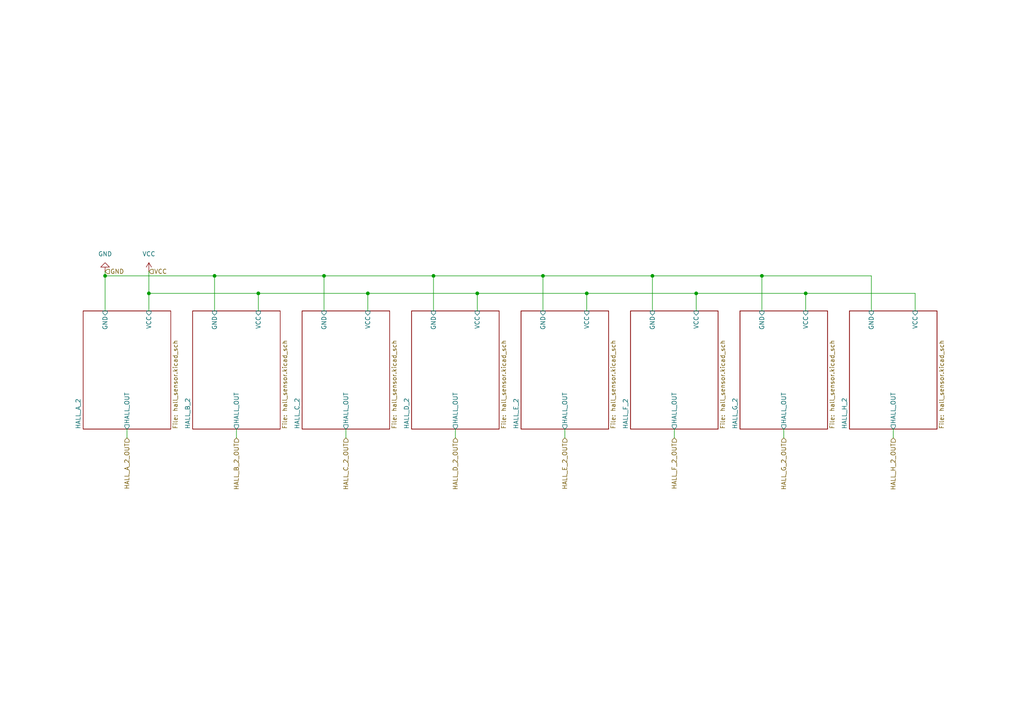
<source format=kicad_sch>
(kicad_sch (version 20250114) (generator "eeschema") (generator_version "9.0")
  (paper "A4")
  (lib_symbols
    (symbol "power:GND" (power) (pin_numbers (hide yes)) (pin_names (offset 0) (hide yes))
      (property "Value" "GND" (at 0 -3.81 0))
      (symbol "GND_0_1"
        (polyline (pts (xy 0 0) (xy 0 -1.27) (xy 1.27 -1.27) (xy 0 -2.54) (xy -1.27 -1.27) (xy 0 -1.27)))
      )
      (symbol "GND_1_1"
        (pin power_in line (at 0 0 270) (length 0) (name "~") (number "1"))
      )
    )
    (symbol "power:VCC" (power) (pin_numbers (hide yes)) (pin_names (offset 0) (hide yes))
      (property "Value" "VCC" (at 0 3.556 0))
      (symbol "VCC_0_1"
        (polyline (pts (xy -0.762 1.27) (xy 0 2.54)))
        (polyline (pts (xy 0 2.54) (xy 0.762 1.27)))
        (polyline (pts (xy 0 0) (xy 0 2.54)))
      )
      (symbol "VCC_1_1"
        (pin power_in line (at 0 0 90) (length 0) (name "~") (number "1"))
      )
    )
  )
  (junction (at 43.18 85.09))
  (junction (at 233.68 85.09))
  (junction (at 201.93 85.09))
  (junction (at 74.93 85.09))
  (junction (at 157.48 80.01))
  (junction (at 30.48 80.01))
  (junction (at 62.23 80.01))
  (junction (at 106.68 85.09))
  (junction (at 189.23 80.01))
  (junction (at 220.98 80.01))
  (junction (at 138.43 85.09))
  (junction (at 170.18 85.09))
  (junction (at 93.98 80.01))
  (junction (at 125.73 80.01))
  (wire (pts (xy 93.98 80.01) (xy 93.98 90.17)))
  (wire (pts (xy 30.48 80.01) (xy 30.48 90.17)))
  (wire (pts (xy 157.48 80.01) (xy 157.48 90.17)))
  (wire (pts (xy 43.18 78.74) (xy 43.18 85.09)))
  (wire (pts (xy 30.48 80.01) (xy 62.23 80.01)))
  (wire (pts (xy 100.33 124.46) (xy 100.33 127)))
  (wire (pts (xy 252.73 80.01) (xy 252.73 90.17)))
  (wire (pts (xy 138.43 85.09) (xy 138.43 90.17)))
  (wire (pts (xy 163.83 124.46) (xy 163.83 127)))
  (wire (pts (xy 106.68 85.09) (xy 138.43 85.09)))
  (wire (pts (xy 30.48 78.74) (xy 30.48 80.01)))
  (wire (pts (xy 125.73 80.01) (xy 125.73 90.17)))
  (wire (pts (xy 201.93 85.09) (xy 201.93 90.17)))
  (wire (pts (xy 138.43 85.09) (xy 170.18 85.09)))
  (wire (pts (xy 74.93 85.09) (xy 74.93 90.17)))
  (wire (pts (xy 233.68 85.09) (xy 265.43 85.09)))
  (wire (pts (xy 170.18 85.09) (xy 170.18 90.17)))
  (wire (pts (xy 62.23 80.01) (xy 62.23 90.17)))
  (wire (pts (xy 132.08 124.46) (xy 132.08 127)))
  (wire (pts (xy 157.48 80.01) (xy 189.23 80.01)))
  (wire (pts (xy 74.93 85.09) (xy 106.68 85.09)))
  (wire (pts (xy 43.18 85.09) (xy 74.93 85.09)))
  (wire (pts (xy 93.98 80.01) (xy 125.73 80.01)))
  (wire (pts (xy 265.43 85.09) (xy 265.43 90.17)))
  (wire (pts (xy 189.23 80.01) (xy 189.23 90.17)))
  (wire (pts (xy 189.23 80.01) (xy 220.98 80.01)))
  (wire (pts (xy 68.58 124.46) (xy 68.58 127)))
  (wire (pts (xy 227.33 124.46) (xy 227.33 127)))
  (wire (pts (xy 259.08 124.46) (xy 259.08 127)))
  (wire (pts (xy 195.58 124.46) (xy 195.58 127)))
  (wire (pts (xy 233.68 85.09) (xy 233.68 90.17)))
  (wire (pts (xy 106.68 85.09) (xy 106.68 90.17)))
  (wire (pts (xy 125.73 80.01) (xy 157.48 80.01)))
  (wire (pts (xy 170.18 85.09) (xy 201.93 85.09)))
  (wire (pts (xy 36.83 124.46) (xy 36.83 127)))
  (wire (pts (xy 220.98 80.01) (xy 252.73 80.01)))
  (wire (pts (xy 201.93 85.09) (xy 233.68 85.09)))
  (wire (pts (xy 62.23 80.01) (xy 93.98 80.01)))
  (wire (pts (xy 43.18 85.09) (xy 43.18 90.17)))
  (wire (pts (xy 220.98 80.01) (xy 220.98 90.17)))
  (hierarchical_label "VCC" (shape input) (at 43.18 78.74 0))
  (hierarchical_label "HALL_F_2_OUT" (shape input) (at 195.58 127 270))
  (hierarchical_label "HALL_G_2_OUT" (shape input) (at 227.33 127 270))
  (hierarchical_label "GND" (shape input) (at 30.48 78.74 0))
  (hierarchical_label "HALL_E_2_OUT" (shape input) (at 163.83 127 270))
  (hierarchical_label "HALL_D_2_OUT" (shape input) (at 132.08 127 270))
  (hierarchical_label "HALL_B_2_OUT" (shape input) (at 68.58 127 270))
  (hierarchical_label "HALL_C_2_OUT" (shape input) (at 100.33 127 270))
  (hierarchical_label "HALL_A_2_OUT" (shape input) (at 36.83 127 270))
  (hierarchical_label "HALL_H_2_OUT" (shape input) (at 259.08 127 270))
  (symbol (lib_id "power:VCC") (at 43.18 78.74 0) (unit 1)
    (property "Reference" "#PWR031" (effects (hide yes)))
    (property "Value" "VCC" (at 43.18 73.66 0))
    (property "Description" "Power symbol creates a global label with name \"VCC\"" (effects (hide yes)))
  )
  (symbol (lib_id "power:GND") (at 30.48 78.74 180) (unit 1)
    (property "Reference" "#PWR032" (effects (hide yes)))
    (property "Value" "GND" (at 30.48 73.66 0))
    (property "Description" "Power symbol creates a global label with name \"GND\" , ground" (effects (hide yes)))
  )
  (sheet (at 119.38 90.17) (size 25.4 34.29) (stroke (width 0.1524))
    (property "Sheetname" "HALL_D_2" (at 118.6684 124.46 90) (effects (justify left bottom)))
    (property "Sheetfile" "hall_sensor.kicad_sch" (at 145.3646 124.46 90) (effects (justify left top)))
    (pin "GND" input (at 125.73 90.17 90))
    (pin "VCC" input (at 138.43 90.17 90))
    (pin "HALL_OUT" output (at 132.08 124.46 270))
  )
  (sheet (at 182.88 90.17) (size 25.4 34.29) (stroke (width 0.1524))
    (property "Sheetname" "HALL_F_2" (at 182.1684 124.46 90) (effects (justify left bottom)))
    (property "Sheetfile" "hall_sensor.kicad_sch" (at 208.8646 124.46 90) (effects (justify left top)))
    (pin "GND" input (at 189.23 90.17 90))
    (pin "VCC" input (at 201.93 90.17 90))
    (pin "HALL_OUT" output (at 195.58 124.46 270))
  )
  (sheet (at 214.63 90.17) (size 25.4 34.29) (stroke (width 0.1524))
    (property "Sheetname" "HALL_G_2" (at 213.9184 124.46 90) (effects (justify left bottom)))
    (property "Sheetfile" "hall_sensor.kicad_sch" (at 240.6146 124.46 90) (effects (justify left top)))
    (pin "GND" input (at 220.98 90.17 90))
    (pin "VCC" input (at 233.68 90.17 90))
    (pin "HALL_OUT" output (at 227.33 124.46 270))
  )
  (sheet (at 151.13 90.17) (size 25.4 34.29) (stroke (width 0.1524))
    (property "Sheetname" "HALL_E_2" (at 150.4184 124.46 90) (effects (justify left bottom)))
    (property "Sheetfile" "hall_sensor.kicad_sch" (at 177.1146 124.46 90) (effects (justify left top)))
    (pin "GND" input (at 157.48 90.17 90))
    (pin "VCC" input (at 170.18 90.17 90))
    (pin "HALL_OUT" output (at 163.83 124.46 270))
  )
  (sheet (at 87.63 90.17) (size 25.4 34.29) (stroke (width 0.1524))
    (property "Sheetname" "HALL_C_2" (at 86.9184 124.46 90) (effects (justify left bottom)))
    (property "Sheetfile" "hall_sensor.kicad_sch" (at 113.6146 124.46 90) (effects (justify left top)))
    (pin "GND" input (at 93.98 90.17 90))
    (pin "VCC" input (at 106.68 90.17 90))
    (pin "HALL_OUT" output (at 100.33 124.46 270))
  )
  (sheet (at 55.88 90.17) (size 25.4 34.29) (stroke (width 0.1524))
    (property "Sheetname" "HALL_B_2" (at 55.1684 124.46 90) (effects (justify left bottom)))
    (property "Sheetfile" "hall_sensor.kicad_sch" (at 81.8646 124.46 90) (effects (justify left top)))
    (pin "GND" input (at 62.23 90.17 90))
    (pin "VCC" input (at 74.93 90.17 90))
    (pin "HALL_OUT" output (at 68.58 124.46 270))
  )
  (sheet (at 246.38 90.17) (size 25.4 34.29) (stroke (width 0.1524))
    (property "Sheetname" "HALL_H_2" (at 245.6684 124.46 90) (effects (justify left bottom)))
    (property "Sheetfile" "hall_sensor.kicad_sch" (at 272.3646 124.46 90) (effects (justify left top)))
    (pin "GND" input (at 252.73 90.17 90))
    (pin "VCC" input (at 265.43 90.17 90))
    (pin "HALL_OUT" output (at 259.08 124.46 270))
  )
  (sheet (at 24.13 90.17) (size 25.4 34.29) (stroke (width 0.1524))
    (property "Sheetname" "HALL_A_2" (at 23.4184 124.46 90) (effects (justify left bottom)))
    (property "Sheetfile" "hall_sensor.kicad_sch" (at 50.1146 124.46 90) (effects (justify left top)))
    (pin "GND" input (at 30.48 90.17 90))
    (pin "VCC" input (at 43.18 90.17 90))
    (pin "HALL_OUT" output (at 36.83 124.46 270))
  )
)
</source>
